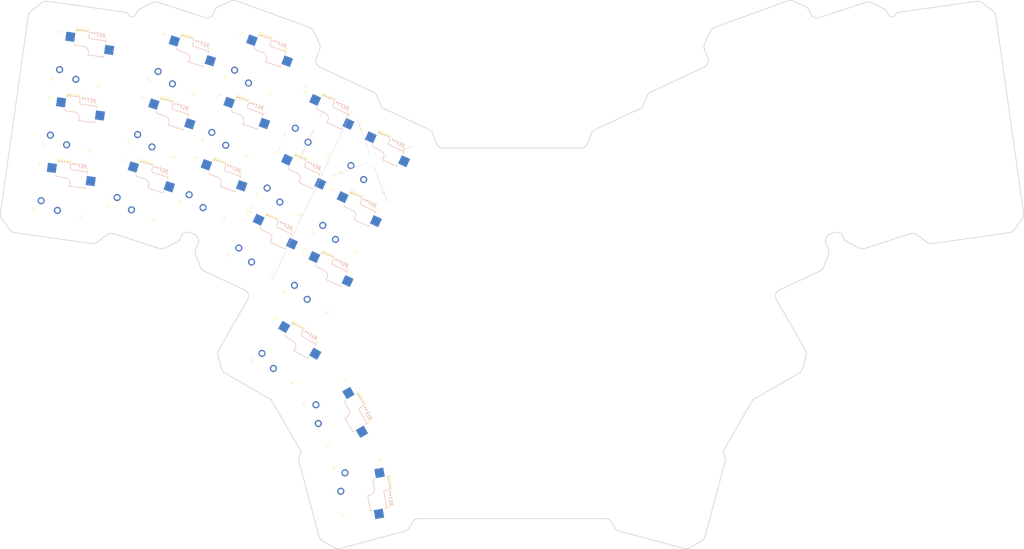
<source format=kicad_pcb>
(kicad_pcb (version 20211014) (generator pcbnew)
  (layers (0 "F.Cu" signal) (31 "B.Cu" signal) (34 "B.Paste" user) (35 "F.Paste" user) (36 "B.SilkS" user "B.Silkscreen") (37 "F.SilkS" user "F.Silkscreen") (38 "B.Mask" user) (39 "F.Mask" user) (44 "Edge.Cuts" user))
  (net 0 "")
  (footprint "kailh-choc:Kailh_socket_PG1350_optional" (layer "F.Cu") (at 93.880584 100.33 -8)
    (fp_text reference "REF**" (at 0 -8.255 172) (layer "F.SilkS"))
    (fp_text value "Kailh_socket_PG1350_optional")
    (fp_text user "${REFERENCE}" (at 4.445 -7.62 172) (layer "B.SilkS") (effects (justify mirror)))
    (pad "" np_thru_hole circle locked (at 5 -3.75 352) (size 3 3) (drill 3) (layers F&B.Cu *.Mask))
    (pad "" np_thru_hole circle locked (at -5.5 0 352) (size 1.7018 1.7018) (drill 1.7018) (layers F&B.Cu *.Mask))
    (pad "" np_thru_hole circle locked (at 0 -5.95 352) (size 3 3) (drill 3) (layers F&B.Cu *.Mask))
    (pad "" np_thru_hole circle locked (at 5.5 0 352) (size 1.7018 1.7018) (drill 1.7018) (layers F&B.Cu *.Mask))
    (pad "" np_thru_hole circle locked (at 0 0 352) (size 3.429 3.429) (drill 3.429) (layers F&B.Cu *.Mask))
    (pad "1" thru_hole circle locked (at 0 5.9 352) (size 2.032 2.032) (drill 1.27) (layers F&B.Cu *.Mask))
    (pad "1" smd rect locked (at -3.275 -5.95 352) (size 2.6 2.6) (layers "B.Cu" "B.Paste" "B.Mask"))
    (pad "2" thru_hole circle locked (at -5 3.8 352) (size 2.032 2.032) (drill 1.27) (layers F&B.Cu *.Mask))
    (pad "2" smd rect locked (at 8.275 -3.75 352) (size 2.6 2.6) (layers "B.Cu" "B.Paste" "B.Mask"))
  )
  (footprint "kailh-choc:Kailh_socket_PG1350_optional" (layer "F.Cu") (at 162.054913 118.86 -25)
    (fp_text reference "REF**" (at 0 -8.255 155) (layer "F.SilkS"))
    (fp_text value "Kailh_socket_PG1350_optional")
    (fp_text user "${REFERENCE}" (at 4.445 -7.62 155) (layer "B.SilkS") (effects (justify mirror)))
    (pad "" np_thru_hole circle locked (at 5 -3.75 335) (size 3 3) (drill 3) (layers *.Cu *.Mask))
    (pad "" np_thru_hole circle locked (at -5.5 0 335) (size 1.7018 1.7018) (drill 1.7018) (layers *.Cu *.Mask))
    (pad "" np_thru_hole circle locked (at 0 -5.95 335) (size 3 3) (drill 3) (layers *.Cu *.Mask))
    (pad "" np_thru_hole circle locked (at 5.5 0 335) (size 1.7018 1.7018) (drill 1.7018) (layers *.Cu *.Mask))
    (pad "" np_thru_hole circle locked (at 0 0 335) (size 3.429 3.429) (drill 3.429) (layers *.Cu *.Mask))
    (pad "1" thru_hole circle locked (at 0 5.9 335) (size 2.032 2.032) (drill 1.27) (layers *.Cu *.Mask))
    (pad "1" smd rect locked (at -3.275 -5.95 335) (size 2.6 2.6) (layers "B.Cu" "B.Paste" "B.Mask"))
    (pad "2" thru_hole circle locked (at -5 3.8 335) (size 2.032 2.032) (drill 1.27) (layers *.Cu *.Mask))
    (pad "2" smd rect locked (at 8.275 -3.75 335) (size 2.6 2.6) (layers "B.Cu" "B.Paste" "B.Mask"))
  )
  (footprint "kailh-choc:Kailh_socket_PG1350_optional" (layer "F.Cu") (at 153.984913 136.03 -25)
    (fp_text reference "REF**" (at 0 -8.255 155) (layer "F.SilkS"))
    (fp_text value "Kailh_socket_PG1350_optional")
    (fp_text user "${REFERENCE}" (at 4.445 -7.62 155) (layer "B.SilkS") (effects (justify mirror)))
    (pad "" np_thru_hole circle locked (at 5 -3.75 335) (size 3 3) (drill 3) (layers F&B.Cu *.Mask))
    (pad "" np_thru_hole circle locked (at -5.5 0 335) (size 1.7018 1.7018) (drill 1.7018) (layers F&B.Cu *.Mask))
    (pad "" np_thru_hole circle locked (at 0 -5.95 335) (size 3 3) (drill 3) (layers F&B.Cu *.Mask))
    (pad "" np_thru_hole circle locked (at 5.5 0 335) (size 1.7018 1.7018) (drill 1.7018) (layers F&B.Cu *.Mask))
    (pad "" np_thru_hole circle locked (at 0 0 335) (size 3.429 3.429) (drill 3.429) (layers F&B.Cu *.Mask))
    (pad "1" thru_hole circle locked (at 0 5.9 335) (size 2.032 2.032) (drill 1.27) (layers F&B.Cu *.Mask))
    (pad "1" smd rect locked (at -3.275 -5.95 335) (size 2.6 2.6) (layers "B.Cu" "B.Paste" "B.Mask"))
    (pad "2" thru_hole circle locked (at -5 3.8 335) (size 2.032 2.032) (drill 1.27) (layers F&B.Cu *.Mask))
    (pad "2" smd rect locked (at 8.275 -3.75 335) (size 2.6 2.6) (layers "B.Cu" "B.Paste" "B.Mask"))
  )
  (footprint "kailh-choc:Kailh_socket_PG1350_optional" (layer "F.Cu") (at 144.531544 101.69 -20)
    (fp_text reference "REF**" (at 0 -8.255 160) (layer "F.SilkS"))
    (fp_text value "Kailh_socket_PG1350_optional")
    (fp_text user "${REFERENCE}" (at 4.445 -7.62 160) (layer "B.SilkS") (effects (justify mirror)))
    (pad "" np_thru_hole circle locked (at 5 -3.75 340) (size 3 3) (drill 3) (layers F&B.Cu *.Mask))
    (pad "" np_thru_hole circle locked (at -5.5 0 340) (size 1.7018 1.7018) (drill 1.7018) (layers F&B.Cu *.Mask))
    (pad "" np_thru_hole circle locked (at 0 -5.95 340) (size 3 3) (drill 3) (layers F&B.Cu *.Mask))
    (pad "" np_thru_hole circle locked (at 5.5 0 340) (size 1.7018 1.7018) (drill 1.7018) (layers F&B.Cu *.Mask))
    (pad "" np_thru_hole circle locked (at 0 0 340) (size 3.429 3.429) (drill 3.429) (layers F&B.Cu *.Mask))
    (pad "1" thru_hole circle locked (at 0 5.9 340) (size 2.032 2.032) (drill 1.27) (layers F&B.Cu *.Mask))
    (pad "1" smd rect locked (at -3.275 -5.95 340) (size 2.6 2.6) (layers "B.Cu" "B.Paste" "B.Mask"))
    (pad "2" thru_hole circle locked (at -5 3.8 340) (size 2.032 2.032) (drill 1.27) (layers F&B.Cu *.Mask))
    (pad "2" smd rect locked (at 8.275 -3.75 340) (size 2.6 2.6) (layers "B.Cu" "B.Paste" "B.Mask"))
  )
  (footprint "kailh-choc:Kailh_socket_PG1350_optional" (layer "F.Cu") (at 167.62 201.92 -60)
    (fp_text reference "REF**" (at 0 -8.255 120) (layer "F.SilkS"))
    (fp_text value "Kailh_socket_PG1350_optional")
    (fp_text user "${REFERENCE}" (at 4.445 -7.62 120) (layer "B.SilkS") (effects (justify mirror)))
    (pad "" np_thru_hole circle locked (at 5 -3.75 300) (size 3 3) (drill 3) (layers F&B.Cu *.Mask))
    (pad "" np_thru_hole circle locked (at -5.5 0 300) (size 1.7018 1.7018) (drill 1.7018) (layers F&B.Cu *.Mask))
    (pad "" np_thru_hole circle locked (at 0 -5.95 300) (size 3 3) (drill 3) (layers F&B.Cu *.Mask))
    (pad "" np_thru_hole circle locked (at 5.5 0 300) (size 1.7018 1.7018) (drill 1.7018) (layers F&B.Cu *.Mask))
    (pad "" np_thru_hole circle locked (at 0 0 300) (size 3.429 3.429) (drill 3.429) (layers F&B.Cu *.Mask))
    (pad "1" thru_hole circle locked (at 0 5.9 300) (size 2.032 2.032) (drill 1.27) (layers F&B.Cu *.Mask))
    (pad "1" smd rect locked (at -3.275 -5.95 300) (size 2.6 2.6) (layers "B.Cu" "B.Paste" "B.Mask"))
    (pad "2" thru_hole circle locked (at -5 3.8 300) (size 2.032 2.032) (drill 1.27) (layers F&B.Cu *.Mask))
    (pad "2" smd rect locked (at 8.275 -3.75 300) (size 2.6 2.6) (layers "B.Cu" "B.Paste" "B.Mask"))
  )
  (footprint "kailh-choc:Kailh_socket_PG1350_optional" (layer "F.Cu") (at 110.809325 138 -18)
    (fp_text reference "REF**" (at 0 -8.255 162) (layer "F.SilkS"))
    (fp_text value "Kailh_socket_PG1350_optional")
    (fp_text user "${REFERENCE}" (at 4.445 -7.62 162) (layer "B.SilkS") (effects (justify mirror)))
    (pad "" np_thru_hole circle locked (at 5 -3.75 342) (size 3 3) (drill 3) (layers F&B.Cu *.Mask))
    (pad "" np_thru_hole circle locked (at -5.5 0 342) (size 1.7018 1.7018) (drill 1.7018) (layers F&B.Cu *.Mask))
    (pad "" np_thru_hole circle locked (at 0 -5.95 342) (size 3 3) (drill 3) (layers F&B.Cu *.Mask))
    (pad "" np_thru_hole circle locked (at 5.5 0 342) (size 1.7018 1.7018) (drill 1.7018) (layers F&B.Cu *.Mask))
    (pad "" np_thru_hole circle locked (at 0 0 342) (size 3.429 3.429) (drill 3.429) (layers F&B.Cu *.Mask))
    (pad "1" thru_hole circle locked (at 0 5.9 342) (size 2.032 2.032) (drill 1.27) (layers F&B.Cu *.Mask))
    (pad "1" smd rect locked (at -3.275 -5.95 342) (size 2.6 2.6) (layers "B.Cu" "B.Paste" "B.Mask"))
    (pad "2" thru_hole circle locked (at -5 3.8 342) (size 2.032 2.032) (drill 1.27) (layers F&B.Cu *.Mask))
    (pad "2" smd rect locked (at 8.275 -3.75 342) (size 2.6 2.6) (layers "B.Cu" "B.Paste" "B.Mask"))
  )
  (footprint "kailh-choc:Kailh_socket_PG1350_optional" (layer "F.Cu") (at 145.875421 153.212531 -25)
    (fp_text reference "REF**" (at 0 -8.255 155) (layer "F.SilkS"))
    (fp_text value "Kailh_socket_PG1350_optional")
    (fp_text user "${REFERENCE}" (at 4.445 -7.62 155) (layer "B.SilkS") (effects (justify mirror)))
    (pad "" np_thru_hole circle locked (at 5 -3.75 335) (size 3 3) (drill 3) (layers F&B.Cu *.Mask))
    (pad "" np_thru_hole circle locked (at -5.5 0 335) (size 1.7018 1.7018) (drill 1.7018) (layers F&B.Cu *.Mask))
    (pad "" np_thru_hole circle locked (at 0 -5.95 335) (size 3 3) (drill 3) (layers F&B.Cu *.Mask))
    (pad "" np_thru_hole circle locked (at 5.5 0 335) (size 1.7018 1.7018) (drill 1.7018) (layers F&B.Cu *.Mask))
    (pad "" np_thru_hole circle locked (at 0 0 335) (size 3.429 3.429) (drill 3.429) (layers F&B.Cu *.Mask))
    (pad "1" thru_hole circle locked (at 0 5.9 335) (size 2.032 2.032) (drill 1.27) (layers F&B.Cu *.Mask))
    (pad "1" smd rect locked (at -3.275 -5.95 335) (size 2.6 2.6) (layers "B.Cu" "B.Paste" "B.Mask"))
    (pad "2" thru_hole circle locked (at -5 3.8 335) (size 2.032 2.032) (drill 1.27) (layers F&B.Cu *.Mask))
    (pad "2" smd rect locked (at 8.275 -3.75 335) (size 2.6 2.6) (layers "B.Cu" "B.Paste" "B.Mask"))
  )
  (footprint "kailh-choc:Kailh_socket_PG1350_optional" (layer "F.Cu") (at 169.924913 146.74 -25)
    (fp_text reference "REF**" (at 0 -8.255 155) (layer "F.SilkS"))
    (fp_text value "Kailh_socket_PG1350_optional")
    (fp_text user "${REFERENCE}" (at 4.445 -7.62 155) (layer "B.SilkS") (effects (justify mirror)))
    (pad "" np_thru_hole circle locked (at 5 -3.75 335) (size 3 3) (drill 3) (layers F&B.Cu *.Mask))
    (pad "" np_thru_hole circle locked (at -5.5 0 335) (size 1.7018 1.7018) (drill 1.7018) (layers F&B.Cu *.Mask))
    (pad "" np_thru_hole circle locked (at 0 -5.95 335) (size 3 3) (drill 3) (layers F&B.Cu *.Mask))
    (pad "" np_thru_hole circle locked (at 5.5 0 335) (size 1.7018 1.7018) (drill 1.7018) (layers F&B.Cu *.Mask))
    (pad "" np_thru_hole circle locked (at 0 0 335) (size 3.429 3.429) (drill 3.429) (layers F&B.Cu *.Mask))
    (pad "1" thru_hole circle locked (at 0 5.9 335) (size 2.032 2.032) (drill 1.27) (layers F&B.Cu *.Mask))
    (pad "1" smd rect locked (at -3.275 -5.95 335) (size 2.6 2.6) (layers "B.Cu" "B.Paste" "B.Mask"))
    (pad "2" thru_hole circle locked (at -5 3.8 335) (size 2.032 2.032) (drill 1.27) (layers F&B.Cu *.Mask))
    (pad "2" smd rect locked (at 8.275 -3.75 335) (size 2.6 2.6) (layers "B.Cu" "B.Paste" "B.Mask"))
  )
  (footprint "kailh-choc:Kailh_socket_PG1350_optional" (layer "F.Cu") (at 177.994913 129.57 -25)
    (fp_text reference "REF**" (at 0 -8.255 155) (layer "F.SilkS"))
    (fp_text value "Kailh_socket_PG1350_optional")
    (fp_text user "${REFERENCE}" (at 4.445 -7.62 155) (layer "B.SilkS") (effects (justify mirror)))
    (pad "" np_thru_hole circle locked (at 5 -3.75 335) (size 3 3) (drill 3) (layers F&B.Cu *.Mask))
    (pad "" np_thru_hole circle locked (at -5.5 0 335) (size 1.7018 1.7018) (drill 1.7018) (layers F&B.Cu *.Mask))
    (pad "" np_thru_hole circle locked (at 0 -5.95 335) (size 3 3) (drill 3) (layers F&B.Cu *.Mask))
    (pad "" np_thru_hole circle locked (at 5.5 0 335) (size 1.7018 1.7018) (drill 1.7018) (layers F&B.Cu *.Mask))
    (pad "" np_thru_hole circle locked (at 0 0 335) (size 3.429 3.429) (drill 3.429) (layers F&B.Cu *.Mask))
    (pad "1" thru_hole circle locked (at 0 5.9 335) (size 2.032 2.032) (drill 1.27) (layers F&B.Cu *.Mask))
    (pad "1" smd rect locked (at -3.275 -5.95 335) (size 2.6 2.6) (layers "B.Cu" "B.Paste" "B.Mask"))
    (pad "2" thru_hole circle locked (at -5 3.8 335) (size 2.032 2.032) (drill 1.27) (layers F&B.Cu *.Mask))
    (pad "2" smd rect locked (at 8.275 -3.75 335) (size 2.6 2.6) (layers "B.Cu" "B.Paste" "B.Mask"))
  )
  (footprint "kailh-choc:Kailh_socket_PG1350_optional" (layer "F.Cu") (at 122.549325 101.87 -18)
    (fp_text reference "REF**" (at 0 -8.255 162) (layer "F.SilkS"))
    (fp_text value "Kailh_socket_PG1350_optional")
    (fp_text user "${REFERENCE}" (at 4.445 -7.62 162) (layer "B.SilkS") (effects (justify mirror)))
    (pad "" np_thru_hole circle locked (at 5 -3.75 342) (size 3 3) (drill 3) (layers F&B.Cu *.Mask))
    (pad "" np_thru_hole circle locked (at -5.5 0 342) (size 1.7018 1.7018) (drill 1.7018) (layers F&B.Cu *.Mask))
    (pad "" np_thru_hole circle locked (at 0 -5.95 342) (size 3 3) (drill 3) (layers F&B.Cu *.Mask))
    (pad "" np_thru_hole circle locked (at 5.5 0 342) (size 1.7018 1.7018) (drill 1.7018) (layers F&B.Cu *.Mask))
    (pad "" np_thru_hole circle locked (at 0 0 342) (size 3.429 3.429) (drill 3.429) (layers F&B.Cu *.Mask))
    (pad "1" thru_hole circle locked (at 0 5.9 342) (size 2.032 2.032) (drill 1.27) (layers F&B.Cu *.Mask))
    (pad "1" smd rect locked (at -3.275 -5.95 342) (size 2.6 2.6) (layers "B.Cu" "B.Paste" "B.Mask"))
    (pad "2" thru_hole circle locked (at -5 3.8 342) (size 2.032 2.032) (drill 1.27) (layers F&B.Cu *.Mask))
    (pad "2" smd rect locked (at 8.275 -3.75 342) (size 2.6 2.6) (layers "B.Cu" "B.Paste" "B.Mask"))
  )
  (footprint "kailh-choc:Kailh_socket_PG1350_optional" (layer "F.Cu") (at 88.600584 137.92 -8)
    (fp_text reference "REF**" (at 0 -8.255 172) (layer "F.SilkS"))
    (fp_text value "Kailh_socket_PG1350_optional")
    (fp_text user "${REFERENCE}" (at 4.445 -7.62 172) (layer "B.SilkS") (effects (justify mirror)))
    (pad "" np_thru_hole circle locked (at 5 -3.75 352) (size 3 3) (drill 3) (layers F&B.Cu *.Mask))
    (pad "" np_thru_hole circle locked (at -5.5 0 352) (size 1.7018 1.7018) (drill 1.7018) (layers F&B.Cu *.Mask))
    (pad "" np_thru_hole circle locked (at 0 -5.95 352) (size 3 3) (drill 3) (layers F&B.Cu *.Mask))
    (pad "" np_thru_hole circle locked (at 5.5 0 352) (size 1.7018 1.7018) (drill 1.7018) (layers F&B.Cu *.Mask))
    (pad "" np_thru_hole circle locked (at 0 0 352) (size 3.429 3.429) (drill 3.429) (layers F&B.Cu *.Mask))
    (pad "1" thru_hole circle locked (at 0 5.9 352) (size 2.032 2.032) (drill 1.27) (layers F&B.Cu *.Mask))
    (pad "1" smd rect locked (at -3.275 -5.95 352) (size 2.6 2.6) (layers "B.Cu" "B.Paste" "B.Mask"))
    (pad "2" thru_hole circle locked (at -5 3.8 352) (size 2.032 2.032) (drill 1.27) (layers F&B.Cu *.Mask))
    (pad "2" smd rect locked (at 8.275 -3.75 352) (size 2.6 2.6) (layers "B.Cu" "B.Paste" "B.Mask"))
  )
  (footprint "kailh-choc:Kailh_socket_PG1350_optional" (layer "F.Cu") (at 131.501544 137.41 -20)
    (fp_text reference "REF**" (at 0 -8.255 160) (layer "F.SilkS"))
    (fp_text value "Kailh_socket_PG1350_optional")
    (fp_text user "${REFERENCE}" (at 4.445 -7.62 160) (layer "B.SilkS") (effects (justify mirror)))
    (pad "" np_thru_hole circle locked (at 5 -3.75 340) (size 3 3) (drill 3) (layers F&B.Cu *.Mask))
    (pad "" np_thru_hole circle locked (at -5.5 0 340) (size 1.7018 1.7018) (drill 1.7018) (layers F&B.Cu *.Mask))
    (pad "" np_thru_hole circle locked (at 0 -5.95 340) (size 3 3) (drill 3) (layers F&B.Cu *.Mask))
    (pad "" np_thru_hole circle locked (at 5.5 0 340) (size 1.7018 1.7018) (drill 1.7018) (layers F&B.Cu *.Mask))
    (pad "" np_thru_hole circle locked (at 0 0 340) (size 3.429 3.429) (drill 3.429) (layers F&B.Cu *.Mask))
    (pad "1" thru_hole circle locked (at 0 5.9 340) (size 2.032 2.032) (drill 1.27) (layers F&B.Cu *.Mask))
    (pad "1" smd rect locked (at -3.275 -5.95 340) (size 2.6 2.6) (layers "B.Cu" "B.Paste" "B.Mask"))
    (pad "2" thru_hole circle locked (at -5 3.8 340) (size 2.032 2.032) (drill 1.27) (layers F&B.Cu *.Mask))
    (pad "2" smd rect locked (at 8.275 -3.75 340) (size 2.6 2.6) (layers "B.Cu" "B.Paste" "B.Mask"))
  )
  (footprint "kailh-choc:Kailh_socket_PG1350_optional" (layer "F.Cu") (at 152.601499 183.97 -30)
    (fp_text reference "REF**" (at 0 -8.255 150) (layer "F.SilkS"))
    (fp_text value "Kailh_socket_PG1350_optional")
    (fp_text user "${REFERENCE}" (at 4.445 -7.62 150) (layer "B.SilkS") (effects (justify mirror)))
    (pad "" np_thru_hole circle locked (at 5 -3.75 330) (size 3 3) (drill 3) (layers F&B.Cu *.Mask))
    (pad "" np_thru_hole circle locked (at -5.5 0 330) (size 1.7018 1.7018) (drill 1.7018) (layers F&B.Cu *.Mask))
    (pad "" np_thru_hole circle locked (at 0 -5.95 330) (size 3 3) (drill 3) (layers F&B.Cu *.Mask))
    (pad "" np_thru_hole circle locked (at 5.5 0 330) (size 1.7018 1.7018) (drill 1.7018) (layers F&B.Cu *.Mask))
    (pad "" np_thru_hole circle locked (at 0 0 330) (size 3.429 3.429) (drill 3.429) (layers F&B.Cu *.Mask))
    (pad "1" thru_hole circle locked (at 0 5.9 330) (size 2.032 2.032) (drill 1.27) (layers F&B.Cu *.Mask))
    (pad "1" smd rect locked (at -3.275 -5.95 330) (size 2.6 2.6) (layers "B.Cu" "B.Paste" "B.Mask"))
    (pad "2" thru_hole circle locked (at -5 3.8 330) (size 2.032 2.032) (drill 1.27) (layers F&B.Cu *.Mask))
    (pad "2" smd rect locked (at 8.275 -3.75 330) (size 2.6 2.6) (layers "B.Cu" "B.Paste" "B.Mask"))
  )
  (footprint "kailh-choc:Kailh_socket_PG1350_optional" (layer "F.Cu") (at 91.240584 119.12 -8)
    (fp_text reference "REF**" (at 0 -8.255 172) (layer "F.SilkS"))
    (fp_text value "Kailh_socket_PG1350_optional")
    (fp_text user "${REFERENCE}" (at 4.445 -7.62 172) (layer "B.SilkS") (effects (justify mirror)))
    (pad "" np_thru_hole circle locked (at 5 -3.75 352) (size 3 3) (drill 3) (layers F&B.Cu *.Mask))
    (pad "" np_thru_hole circle locked (at -5.5 0 352) (size 1.7018 1.7018) (drill 1.7018) (layers F&B.Cu *.Mask))
    (pad "" np_thru_hole circle locked (at 0 -5.95 352) (size 3 3) (drill 3) (layers F&B.Cu *.Mask))
    (pad "" np_thru_hole circle locked (at 5.5 0 352) (size 1.7018 1.7018) (drill 1.7018) (layers F&B.Cu *.Mask))
    (pad "" np_thru_hole circle locked (at 0 0 352) (size 3.429 3.429) (drill 3.429) (layers F&B.Cu *.Mask))
    (pad "1" thru_hole circle locked (at 0 5.9 352) (size 2.032 2.032) (drill 1.27) (layers F&B.Cu *.Mask))
    (pad "1" smd rect locked (at -3.275 -5.95 352) (size 2.6 2.6) (layers "B.Cu" "B.Paste" "B.Mask"))
    (pad "2" thru_hole circle locked (at -5 3.8 352) (size 2.032 2.032) (drill 1.27) (layers F&B.Cu *.Mask))
    (pad "2" smd rect locked (at 8.275 -3.75 352) (size 2.6 2.6) (layers "B.Cu" "B.Paste" "B.Mask"))
  )
  (footprint "kailh-choc:Kailh_socket_PG1350_optional" (layer "F.Cu") (at 116.679325 119.95 -18)
    (fp_text reference "REF**" (at 0 -8.255 162) (layer "F.SilkS"))
    (fp_text value "Kailh_socket_PG1350_optional")
    (fp_text user "${REFERENCE}" (at 4.445 -7.62 162) (layer "B.SilkS") (effects (justify mirror)))
    (pad "" np_thru_hole circle locked (at 5 -3.75 342) (size 3 3) (drill 3) (layers F&B.Cu *.Mask))
    (pad "" np_thru_hole circle locked (at -5.5 0 342) (size 1.7018 1.7018) (drill 1.7018) (layers F&B.Cu *.Mask))
    (pad "" np_thru_hole circle locked (at 0 -5.95 342) (size 3 3) (drill 3) (layers F&B.Cu *.Mask))
    (pad "" np_thru_hole circle locked (at 5.5 0 342) (size 1.7018 1.7018) (drill 1.7018) (layers F&B.Cu *.Mask))
    (pad "" np_thru_hole circle locked (at 0 0 342) (size 3.429 3.429) (drill 3.429) (layers F&B.Cu *.Mask))
    (pad "1" thru_hole circle locked (at 0 5.9 342) (size 2.032 2.032) (drill 1.27) (layers F&B.Cu *.Mask))
    (pad "1" smd rect locked (at -3.275 -5.95 342) (size 2.6 2.6) (layers "B.Cu" "B.Paste" "B.Mask"))
    (pad "2" thru_hole circle locked (at -5 3.8 342) (size 2.032 2.032) (drill 1.27) (layers F&B.Cu *.Mask))
    (pad "2" smd rect locked (at 8.275 -3.75 342) (size 2.6 2.6) (layers "B.Cu" "B.Paste" "B.Mask"))
  )
  (footprint "kailh-choc:Kailh_socket_PG1350_optional" (layer "F.Cu") (at 174.76 223.27 -80)
    (fp_text reference "REF**" (at 0 -8.255 100) (layer "F.SilkS"))
    (fp_text value "Kailh_socket_PG1350_optional")
    (fp_text user "${REFERENCE}" (at 4.445 -7.62 100) (layer "B.SilkS") (effects (justify mirror)))
    (pad "" np_thru_hole circle locked (at 5 -3.75 280) (size 3 3) (drill 3) (layers F&B.Cu *.Mask))
    (pad "" np_thru_hole circle locked (at -5.5 0 280) (size 1.7018 1.7018) (drill 1.7018) (layers F&B.Cu *.Mask))
    (pad "" np_thru_hole circle locked (at 0 -5.95 280) (size 3 3) (drill 3) (layers F&B.Cu *.Mask))
    (pad "" np_thru_hole circle locked (at 5.5 0 280) (size 1.7018 1.7018) (drill 1.7018) (layers F&B.Cu *.Mask))
    (pad "" np_thru_hole circle locked (at 0 0 280) (size 3.429 3.429) (drill 3.429) (layers F&B.Cu *.Mask))
    (pad "1" thru_hole circle locked (at 0 5.9 280) (size 2.032 2.032) (drill 1.27) (layers F&B.Cu *.Mask))
    (pad "1" smd rect locked (at -3.275 -5.95 280) (size 2.6 2.6) (layers "B.Cu" "B.Paste" "B.Mask"))
    (pad "2" thru_hole circle locked (at -5 3.8 280) (size 2.032 2.032) (drill 1.27) (layers F&B.Cu *.Mask))
    (pad "2" smd rect locked (at 8.275 -3.75 280) (size 2.6 2.6) (layers "B.Cu" "B.Paste" "B.Mask"))
  )
  (footprint "kailh-choc:Kailh_socket_PG1350_optional" (layer "F.Cu") (at 138.01 119.54 -20)
    (fp_text reference "REF**" (at 0 -8.255 160) (layer "F.SilkS"))
    (fp_text value "Kailh_socket_PG1350_optional")
    (fp_text user "${REFERENCE}" (at 4.445 -7.62 160) (layer "B.SilkS") (effects (justify mirror)))
    (pad "" np_thru_hole circle locked (at 5 -3.75 340) (size 3 3) (drill 3) (layers F&B.Cu *.Mask))
    (pad "" np_thru_hole circle locked (at -5.5 0 340) (size 1.7018 1.7018) (drill 1.7018) (layers F&B.Cu *.Mask))
    (pad "" np_thru_hole circle locked (at 0 -5.95 340) (size 3 3) (drill 3) (layers F&B.Cu *.Mask))
    (pad "" np_thru_hole circle locked (at 5.5 0 340) (size 1.7018 1.7018) (drill 1.7018) (layers F&B.Cu *.Mask))
    (pad "" np_thru_hole circle locked (at 0 0 340) (size 3.429 3.429) (drill 3.429) (layers F&B.Cu *.Mask))
    (pad "1" thru_hole circle locked (at 0 5.9 340) (size 2.032 2.032) (drill 1.27) (layers F&B.Cu *.Mask))
    (pad "1" smd rect locked (at -3.275 -5.95 340) (size 2.6 2.6) (layers "B.Cu" "B.Paste" "B.Mask"))
    (pad "2" thru_hole circle locked (at -5 3.8 340) (size 2.032 2.032) (drill 1.27) (layers F&B.Cu *.Mask))
    (pad "2" smd rect locked (at 8.275 -3.75 340) (size 2.6 2.6) (layers "B.Cu" "B.Paste" "B.Mask"))
  )
  (footprint "kailh-choc:Kailh_socket_PG1350_optional" (layer "F.Cu") (at 161.815421 163.922531 -25)
    (fp_text reference "REF**" (at 0 -8.255 155) (layer "F.SilkS"))
    (fp_text value "Kailh_socket_PG1350_optional")
    (fp_text user "${REFERENCE}" (at 4.445 -7.62 155) (layer "B.SilkS") (effects (justify mirror)))
    (pad "" np_thru_hole circle locked (at 5 -3.75 335) (size 3 3) (drill 3) (layers F&B.Cu *.Mask))
    (pad "" np_thru_hole circle locked (at -5.5 0 335) (size 1.7018 1.7018) (drill 1.7018) (layers F&B.Cu *.Mask))
    (pad "" np_thru_hole circle locked (at 0 -5.95 335) (size 3 3) (drill 3) (layers F&B.Cu *.Mask))
    (pad "" np_thru_hole circle locked (at 5.5 0 335) (size 1.7018 1.7018) (drill 1.7018) (layers F&B.Cu *.Mask))
    (pad "" np_thru_hole circle locked (at 0 0 335) (size 3.429 3.429) (drill 3.429) (layers F&B.Cu *.Mask))
    (pad "1" thru_hole circle locked (at 0 5.9 335) (size 2.032 2.032) (drill 1.27) (layers F&B.Cu *.Mask))
    (pad "1" smd rect locked (at -3.275 -5.95 335) (size 2.6 2.6) (layers "B.Cu" "B.Paste" "B.Mask"))
    (pad "2" thru_hole circle locked (at -5 3.8 335) (size 2.032 2.032) (drill 1.27) (layers F&B.Cu *.Mask))
    (pad "2" smd rect locked (at 8.275 -3.75 335) (size 2.6 2.6) (layers "B.Cu" "B.Paste" "B.Mask"))
  )
  (gr_line (start 162.943287 102.690687) (end 178.299335 109.85133) (layer "Edge.Cuts") (width 0.2))
  (gr_line (start 307.933941 153.290039) (end 308.598275 154.714707) (layer "Edge.Cuts") (width 0.2))
  (gr_arc (start 278.833973 214.158467) (mid 278.566043 213.158473) (end 278.833973 212.158467) (layer "Edge.Cuts") (width 0.2))
  (gr_arc (start 240.711483 121.728575) (mid 241.116309 121.061428) (end 241.745632 120.6) (layer "Edge.Cuts") (width 0.2))
  (gr_line (start 255.779085 113.409749) (end 256.663476 110.979905) (layer "Edge.Cuts") (width 0.2))
  (gr_line (start 312.924423 151.589917) (end 312.858325 151.38649) (layer "Edge.Cuts") (width 0.2))
  (gr_line (start 275.990023 91.302909) (end 296.985713 83.661103) (layer "Edge.Cuts") (width 0.2))
  (gr_line (start 182.26 141.44) (end 173.65 117.76) (layer "Edge.Cuts") (width 0.1))
  (gr_arc (start 122.944538 151.983858) (mid 122.753879 152.324278) (end 122.447472 152.565847) (layer "Edge.Cuts") (width 0.2))
  (gr_arc (start 327.667699 87.699044) (mid 328.249894 87.179416) (end 328.986624 86.922138) (layer "Edge.Cuts") (width 0.2))
  (gr_arc (start 355.788846 86.603098) (mid 356.308483 87.18529) (end 356.565752 87.922023) (layer "Edge.Cuts") (width 0.2))
  (gr_arc (start 248.670286 235.695174) (mid 247.970394 235.350036) (end 247.455874 234.763323) (layer "Edge.Cuts") (width 0.2))
  (gr_arc (start 110.219629 87.592928) (mid 109.433631 88.270174) (end 108.469937 87.885726) (layer "Edge.Cuts") (width 0.2))
  (gr_line (start 157.451662 212.658467) (end 149.110295 198.210797) (layer "Edge.Cuts") (width 0.2))
  (gr_line (start 257.697625 109.85133) (end 273.053673 102.690687) (layer "Edge.Cuts") (width 0.2))
  (gr_line (start 306.262815 161.13133) (end 294.61996 166.560482) (layer "Edge.Cuts") (width 0.2))
  (gr_arc (start 273.104205 97.491566) (mid 272.985489 96.720286) (end 273.170975 95.962289) (layer "Edge.Cuts") (width 0.2))
  (gr_arc (start 308.598275 154.714707) (mid 308.783748 155.472703) (end 308.665044 156.243984) (layer "Edge.Cuts") (width 0.2))
  (gr_arc (start 75.560035 150.160534) (mid 74.82331 149.90325) (end 74.24111 149.383628) (layer "Edge.Cuts") (width 0.2))
  (gr_line (start 325.638224 87.164801) (end 325.777331 87.592928) (layer "Edge.Cuts") (width 0.2))
  (gr_line (start 189.47601 233.143988) (end 188.541086 234.763323) (layer "Edge.Cuts") (width 0.2))
  (gr_line (start 132.558827 87.271606) (end 132.96426 86.157688) (layer "Edge.Cuts") (width 0.2))
  (gr_arc (start 133.74939 185.292085) (mid 133.698338 184.51339) (end 133.949191 183.774447) (layer "Edge.Cuts") (width 0.2))
  (gr_line (start 321.080066 84.18486) (end 324.644092 86.000822) (layer "Edge.Cuts") (width 0.2))
  (gr_line (start 161.135512 92.337058) (end 162.825985 95.962289) (layer "Edge.Cuts") (width 0.2))
  (gr_line (start 134.784667 189.155789) (end 133.749391 185.292085) (layer "Edge.Cuts") (width 0.2))
  (gr_line (start 302.247569 185.292085) (end 301.212293 189.155789) (layer "Edge.Cuts") (width 0.2))
  (gr_arc (start 273.267922 237.287336) (mid 272.922777 237.98722) (end 272.33607 238.501748) (layer "Edge.Cuts") (width 0.2))
  (gr_line (start 241.745632 120.6) (end 254.744937 114.538325) (layer "Edge.Cuts") (width 0.2))
  (gr_line (start 133.949191 183.774447) (end 142.263814 169.373098) (layer "Edge.Cuts") (width 0.2))
  (gr_arc (start 135.716518 190.370201) (mid 135.129798 189.85568) (end 134.784667 189.155789) (layer "Edge.Cuts") (width 0.2))
  (gr_line (start 111.352868 86.000822) (end 114.916894 84.18486) (layer "Edge.Cuts") (width 0.2))
  (gr_arc (start 293.733146 169.373098) (mid 293.557773 167.771694) (end 294.61996 166.560482) (layer "Edge.Cuts") (width 0.2))
  (gr_arc (start 364.546375 144.707109) (mid 364.502119 145.486209) (end 364.16311 146.189085) (layer "Edge.Cuts") (width 0.2))
  (gr_line (start 162.892755 97.491566) (end 161.909138 100.194031) (layer "Edge.Cuts") (width 0.2))
  (gr_line (start 278.833974 214.158467) (end 279.265166 214.905315) (layer "Edge.Cuts") (width 0.2))
  (gr_line (start 141.377 166.560482) (end 129.734145 161.13133) (layer "Edge.Cuts") (width 0.2))
  (gr_line (start 305.935552 88.489679) (end 319.554051 84.06476) (layer "Edge.Cuts") (width 0.2))
  (gr_arc (start 274.087822 100.194031) (mid 274.056218 101.643462) (end 273.053673 102.690686) (layer "Edge.Cuts") (width 0.2))
  (gr_arc (start 307.296964 160.002755) (mid 306.89213 160.669891) (end 306.262815 161.13133) (layer "Edge.Cuts") (width 0.2))
  (gr_line (start 336.829245 152.886833) (end 333.963697 150.727488) (layer "Edge.Cuts") (width 0.2))
  (gr_arc (start 99.167715 152.886833) (mid 98.464846 153.22586) (end 97.685739 153.270098) (layer "Edge.Cuts") (width 0.2))
  (gr_line (start 110.219629 87.592928) (end 110.358736 87.164801) (layer "Edge.Cuts") (width 0.2))
  (gr_arc (start 132.96426 86.157688) (mid 133.166671 85.82411) (end 133.481335 85.5934) (layer "Edge.Cuts") (width 0.2))
  (gr_line (start 149.110295 198.210797) (end 149.135286 198.11753) (layer "Edge.Cuts") (width 0.2))
  (gr_line (start 126.934444 150.565417) (end 125.724788 150.125138) (layer "Edge.Cuts") (width 0.2))
  (gr_arc (start 162.825985 95.962289) (mid 163.011464 96.720286) (end 162.892755 97.491566) (layer "Edge.Cuts") (width 0.2))
  (gr_line (start 123.138635 151.38649) (end 122.944538 151.983858) (layer "Edge.Cuts") (width 0.2))
  (gr_line (start 162.005 118.9) (end 157.37 128.63) (layer "Edge.Cuts") (width 0.1))
  (gr_line (start 279.265166 214.905315) (end 273.267922 237.287336) (layer "Edge.Cuts") (width 0.2))
  (gr_arc (start 137.481971 83.727873) (mid 138.239968 83.542397) (end 139.011248 83.661103) (layer "Edge.Cuts") (width 0.2))
  (gr_line (start 267.354331 240.701549) (end 248.670287 235.695175) (layer "Edge.Cuts") (width 0.2))
  (gr_line (start 181.252024 114.538325) (end 194.251328 120.6) (layer "Edge.Cuts") (width 0.2))
  (gr_line (start 332.142033 150.422646) (end 319.008596 154.689958) (layer "Edge.Cuts") (width 0.2))
  (gr_line (start 360.436925 150.160534) (end 338.311221 153.270098) (layer "Edge.Cuts") (width 0.2))
  (gr_arc (start 198.199973 125.88848) (mid 197.052838 125.526771) (end 196.320588 124.57252) (layer "Edge.Cuts") (width 0.2))
  (gr_line (start 108.329261 87.699044) (end 108.469937 87.885726) (layer "Edge.Cuts") (width 0.2))
  (gr_line (start 116.442909 84.06476) (end 130.061408 88.489679) (layer "Edge.Cuts") (width 0.2))
  (gr_line (start 151.07 126.28) (end 151.57 125.19) (layer "Edge.Cuts") (width 0.1))
  (gr_line (start 74.24111 149.383628) (end 71.83385 146.189085) (layer "Edge.Cuts") (width 0.2))
  (gr_arc (start 141.377 166.560482) (mid 142.439227 167.771685) (end 142.263814 169.373098) (layer "Edge.Cuts") (width 0.2))
  (gr_line (start 167.124991 240.501748) (end 163.66089 238.501748) (layer "Edge.Cuts") (width 0.2))
  (gr_arc (start 327.527023 87.885726) (mid 326.563348 88.270186) (end 325.777331 87.592928) (layer "Edge.Cuts") (width 0.2))
  (gr_arc (start 301.212293 189.155789) (mid 300.867143 189.855669) (end 300.280442 190.370201) (layer "Edge.Cuts") (width 0.2))
  (gr_line (start 317.482581 154.569858) (end 313.918555 152.753896) (layer "Edge.Cuts") (width 0.2))
  (gr_line (start 177.96 129.61) (end 177.1 131.57) (layer "Edge.Cuts") (width 0.1))
  (gr_line (start 177.955 129.6) (end 179.01 127.48) (layer "Edge.Cuts") (width 0.1))
  (gr_arc (start 305.935552 88.489679) (mid 304.440772 88.385164) (end 303.438133 87.271606) (layer "Edge.Cuts") (width 0.2))
  (gr_arc (start 313.918555 152.753896) (mid 313.305721 152.270782) (end 312.924423 151.589917) (layer "Edge.Cuts") (width 0.2))
  (gr_line (start 293.733146 169.373098) (end 302.047769 183.774447) (layer "Edge.Cuts") (width 0.2))
  (gr_arc (start 296.985712 83.661103) (mid 297.756996 83.542375) (end 298.514989 83.727873) (layer "Edge.Cuts") (width 0.2))
  (gr_line (start 139.011248 83.661103) (end 160.006937 91.302909) (layer "Edge.Cuts") (width 0.2))
  (gr_arc (start 118.514379 154.569858) (mid 117.763316 154.781675) (end 116.988364 154.689958) (layer "Edge.Cuts") (width 0.2))
  (gr_line (start 174.27 119.435) (end 174.77 118.345) (layer "Edge.Cuts") (width 0.1))
  (gr_line (start 128.699996 160.002755) (end 127.331916 156.243984) (layer "Edge.Cuts") (width 0.2))
  (gr_line (start 356.565752 87.922023) (end 364.546375 144.707109) (layer "Edge.Cuts") (width 0.2))
  (gr_arc (start 274.861448 92.337058) (mid 275.322882 91.707737) (end 275.990023 91.302909) (layer "Edge.Cuts") (width 0.2))
  (gr_line (start 328.986624 86.922138) (end 351.112327 83.812573) (layer "Edge.Cuts") (width 0.2))
  (gr_line (start 310.272172 150.125138) (end 309.062516 150.565417) (layer "Edge.Cuts") (width 0.2))
  (gr_line (start 71.450585 144.707109) (end 79.431208 87.922023) (layer "Edge.Cuts") (width 0.2))
  (gr_line (start 172.15 115.25) (end 149.34 163.68) (layer "Edge.Cuts") (width 0.1))
  (gr_line (start 162.729038 237.287336) (end 156.946207 215.705514) (layer "Edge.Cuts") (width 0.2))
  (gr_line (start 364.16311 146.189085) (end 361.75585 149.383628) (layer "Edge.Cuts") (width 0.2))
  (gr_line (start 300.280442 190.370201) (end 286.861674 198.11753) (layer "Edge.Cuts") (width 0.2))
  (gr_arc (start 123.138635 151.38649) (mid 124.164003 150.206957) (end 125.724788 150.125138) (layer "Edge.Cuts") (width 0.2))
  (gr_arc (start 310.272172 150.125138) (mid 311.832946 150.206942) (end 312.858325 151.38649) (layer "Edge.Cuts") (width 0.2))
  (gr_line (start 157.146007 214.187876) (end 157.451662 213.658467) (layer "Edge.Cuts") (width 0.2))
  (gr_line (start 97.685739 153.270098) (end 75.560035 150.160534) (layer "Edge.Cuts") (width 0.2))
  (gr_arc (start 189.47601 233.143988) (mid 190.208061 232.411931) (end 191.208061 232.143988) (layer "Edge.Cuts") (width 0.2))
  (gr_line (start 122.447472 152.565847) (end 118.514379 154.569858) (layer "Edge.Cuts") (width 0.2))
  (gr_arc (start 351.112327 83.812573) (mid 351.891438 83.856804) (end 352.594304 84.195838) (layer "Edge.Cuts") (width 0.2))
  (gr_line (start 327.527023 87.885726) (end 327.667699 87.699044) (layer "Edge.Cuts") (width 0.2))
  (gr_arc (start 361.75585 149.383628) (mid 361.173655 149.903254) (end 360.436925 150.160534) (layer "Edge.Cuts") (width 0.2))
  (gr_line (start 237.796987 125.88848) (end 198.199973 125.88848) (layer "Edge.Cuts") (width 0.2))
  (gr_arc (start 83.402656 84.195838) (mid 84.105526 83.856809) (end 84.884633 83.812573) (layer "Edge.Cuts") (width 0.2))
  (gr_arc (start 157.451662 212.658467) (mid 157.585654 213.158473) (end 157.451662 213.658467) (layer "Edge.Cuts") (width 0.2))
  (gr_arc (start 319.008596 154.689958) (mid 318.233648 154.781664) (end 317.482581 154.569858) (layer "Edge.Cuts") (width 0.2))
  (gr_line (start 247.455874 234.763323) (end 246.52095 233.143988) (layer "Edge.Cuts") (width 0.2))
  (gr_line (start 160.61 124.61) (end 161.11 123.52) (layer "Edge.Cuts") (width 0.1))
  (gr_arc (start 168.642629 240.701549) (mid 167.86394 240.752584) (end 167.124991 240.501748) (layer "Edge.Cuts") (width 0.2))
  (gr_line (start 127.398685 154.714707) (end 128.063019 153.290039) (layer "Edge.Cuts") (width 0.2))
  (gr_line (start 133.481335 85.5934) (end 137.481971 83.727873) (layer "Edge.Cuts") (width 0.2))
  (gr_arc (start 302.14022 85.418346) (mid 302.769532 85.879784) (end 303.174369 86.546921) (layer "Edge.Cuts") (width 0.2))
  (gr_arc (start 244.788899 232.143988) (mid 245.788902 232.411935) (end 246.52095 233.143988) (layer "Edge.Cuts") (width 0.2))
  (gr_arc (start 332.142033 150.422646) (mid 333.090168 150.352171) (end 333.963697 150.727488) (layer "Edge.Cuts") (width 0.2))
  (gr_arc (start 324.644092 86.000822) (mid 325.256915 86.483943) (end 325.638224 87.164801) (layer "Edge.Cuts") (width 0.2))
  (gr_line (start 149.135286 198.11753) (end 135.716518 190.370201) (layer "Edge.Cuts") (width 0.2))
  (gr_line (start 80.208114 86.603098) (end 83.402657 84.195838) (layer "Edge.Cuts") (width 0.2))
  (gr_arc (start 239.676372 124.57252) (mid 238.944145 125.526793) (end 237.796987 125.88848) (layer "Edge.Cuts") (width 0.2))
  (gr_line (start 308.665044 156.243984) (end 307.296964 160.002755) (layer "Edge.Cuts") (width 0.2))
  (gr_arc (start 162.943287 102.690686) (mid 161.940777 101.643441) (end 161.909138 100.194031) (layer "Edge.Cuts") (width 0.2))
  (gr_arc (start 71.83385 146.189085) (mid 71.494807 145.486216) (end 71.450585 144.707109) (layer "Edge.Cuts") (width 0.2))
  (gr_line (start 191.208061 232.143988) (end 244.788899 232.143988) (layer "Edge.Cuts") (width 0.2))
  (gr_line (start 158.51 108.79) (end 159.01 107.7) (layer "Edge.Cuts") (width 0.1))
  (gr_arc (start 255.779085 113.409749) (mid 255.374255 114.07689) (end 254.744936 114.538324) (layer "Edge.Cuts") (width 0.2))
  (gr_line (start 352.594304 84.195838) (end 355.788846 86.603098) (layer "Edge.Cuts") (width 0.2))
  (gr_arc (start 319.554051 84.06476) (mid 320.329005 83.973034) (end 321.080066 84.18486) (layer "Edge.Cuts") (width 0.2))
  (gr_arc (start 307.933941 153.290039) (mid 307.898806 151.679437) (end 309.062516 150.565417) (layer "Edge.Cuts") (width 0.2))
  (gr_arc (start 302.047769 183.774447) (mid 302.298592 184.513394) (end 302.24757 185.292085) (layer "Edge.Cuts") (width 0.2))
  (gr_arc (start 268.871969 240.501748) (mid 268.133022 240.752577) (end 267.354331 240.701549) (layer "Edge.Cuts") (width 0.2))
  (gr_arc (start 163.66089 238.501748) (mid 163.07419 237.987217) (end 162.729038 237.287336) (layer "Edge.Cuts") (width 0.2))
  (gr_arc (start 127.331916 156.243984) (mid 127.213193 155.472702) (end 127.398685 154.714707) (layer "Edge.Cuts") (width 0.2))
  (gr_line (start 273.170975 95.962289) (end 274.861448 92.337058) (layer "Edge.Cuts") (width 0.2))
  (gr_line (start 286.861674 198.11753) (end 286.886665 198.210797) (layer "Edge.Cuts") (width 0.2))
  (gr_line (start 239.676372 124.57252) (end 240.711483 121.728575) (layer "Edge.Cuts") (width 0.2))
  (gr_arc (start 156.946207 215.705514) (mid 156.895184 214.926828) (end 157.146007 214.187876) (layer "Edge.Cuts") (width 0.2))
  (gr_line (start 179.333484 110.979905) (end 180.217875 113.409749) (layer "Edge.Cuts") (width 0.2))
  (gr_line (start 195.285477 121.728575) (end 196.320588 124.57252) (layer "Edge.Cuts") (width 0.2))
  (gr_arc (start 126.934444 150.565417) (mid 128.098167 151.679437) (end 128.063019 153.290039) (layer "Edge.Cuts") (width 0.2))
  (gr_line (start 272.33607 238.501748) (end 268.871969 240.501748) (layer "Edge.Cuts") (width 0.2))
  (gr_arc (start 160.006937 91.302909) (mid 160.674081 91.707737) (end 161.135512 92.337058) (layer "Edge.Cuts") (width 0.2))
  (gr_line (start 286.886665 198.210797) (end 278.833974 212.158467) (layer "Edge.Cuts") (width 0.2))
  (gr_line (start 187.326674 235.695175) (end 168.642629 240.701549) (layer "Edge.Cuts") (width 0.2))
  (gr_line (start 157.37 128.63) (end 165.61 111.4) (layer "Edge.Cuts") (width 0.1))
  (gr_arc (start 338.311221 153.270098) (mid 337.53212 153.225847) (end 336.829245 152.886833) (layer "Edge.Cuts") (width 0.2))
  (gr_arc (start 102.033263 150.727488) (mid 102.906797 150.352176) (end 103.854927 150.422646) (layer "Edge.Cuts") (width 0.2))
  (gr_line (start 142.86 143.405) (end 143.36 142.315) (layer "Edge.Cuts") (width 0.1))
  (gr_arc (start 129.734145 161.13133) (mid 129.104831 160.669892) (end 128.699996 160.002755) (layer "Edge.Cuts") (width 0.2))
  (gr_arc (start 107.010336 86.922138) (mid 107.747073 87.179409) (end 108.329261 87.699044) (layer "Edge.Cuts") (width 0.2))
  (gr_line (start 274.087822 100.194031) (end 273.104205 97.491566) (layer "Edge.Cuts") (width 0.2))
  (gr_arc (start 132.558827 87.271606) (mid 131.55619 88.385203) (end 130.061408 88.489679) (layer "Edge.Cuts") (width 0.2))
  (gr_arc (start 188.541086 234.763323) (mid 188.026561 235.350035) (end 187.326674 235.695174) (layer "Edge.Cuts") (width 0.2))
  (gr_arc (start 79.431208 87.922023) (mid 79.688493 87.185297) (end 80.208114 86.603098) (layer "Edge.Cuts") (width 0.2))
  (gr_arc (start 114.916894 84.18486) (mid 115.667958 83.973033) (end 116.442909 84.06476) (layer "Edge.Cuts") (width 0.2))
  (gr_line (start 298.514989 83.727873) (end 302.140221 85.418346) (layer "Edge.Cuts") (width 0.2))
  (gr_arc (start 256.663476 110.979905) (mid 257.068295 110.312749) (end 257.697625 109.85133) (layer "Edge.Cuts") (width 0.2))
  (gr_arc (start 178.299335 109.85133) (mid 178.928647 110.312769) (end 179.333484 110.979905) (layer "Edge.Cuts") (width 0.2))
  (gr_arc (start 181.252024 114.538324) (mid 180.622717 114.076882) (end 180.217875 113.409749) (layer "Edge.Cuts") (width 0.2))
  (gr_line (start 84.884633 83.812573) (end 107.010337 86.922138) (layer "Edge.Cuts") (width 0.2))
  (gr_arc (start 194.251328 120.6) (mid 194.880648 121.061434) (end 195.285477 121.728575) (layer "Edge.Cuts") (width 0.2))
  (gr_line (start 102.033263 150.727488) (end 99.167715 152.886833) (layer "Edge.Cuts") (width 0.2))
  (gr_line (start 116.988364 154.689958) (end 103.854927 150.422646) (layer "Edge.Cuts") (width 0.2))
  (gr_line (start 189.79 125.3) (end 166.13 133.92) (layer "Edge.Cuts") (width 0.1))
  (gr_line (start 303.174369 86.546921) (end 303.438133 87.271606) (layer "Edge.Cuts") (width 0.2))
  (gr_arc (start 110.358736 87.164801) (mid 110.740038 86.483941) (end 111.352868 86.000822) (layer "Edge.Cuts") (width 0.2))
)
</source>
